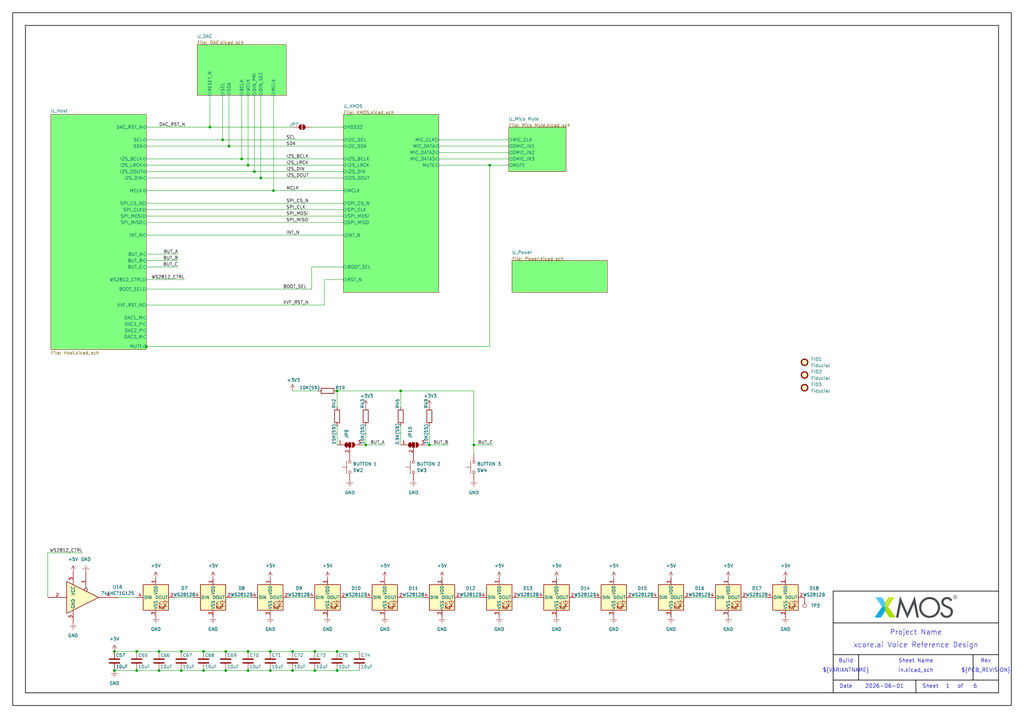
<source format=kicad_sch>
(kicad_sch (version 20231120) (generator "eeschema") (generator_version "8.0")
  (paper "User" 408.94 287.02)
  (title_block (title "xcore.ai Voice Reference Design") (rev "1V0"))
  (lib_symbols
    (symbol "74xGxx:74AHCT1G125"
      (property "Reference" "U" (at -2.54 3.81 0))
      (property "Value" "74AHCT1G125" (at 0 -3.81 0))
      (symbol "74AHCT1G125_0_1"
        (polyline (pts (xy -7.62 6.35) (xy -7.62 -6.35) (xy 5.08 0) (xy -7.62 6.35)) (stroke (width 0.254)) (fill (type background)))
      )
      (symbol "74AHCT1G125_1_1"
        (pin input inverted (at 0 10.16 270) (length 7.62) (name "~") (number "1"))
        (pin input line (at -15.24 0 0) (length 7.62) (name "~") (number "2"))
        (pin power_in line (at -5.08 -10.16 90) (length 5.08) (name "GND") (number "3"))
        (pin tri_state line (at 12.7 0 180) (length 7.62) (name "~") (number "4"))
        (pin power_in line (at -5.08 10.16 270) (length 5.08) (name "VCC") (number "5"))
      )
    )
    (symbol "Connector:TestPoint" (pin_numbers hide) (pin_names (offset 0.762) hide)
      (property "Reference" "TP" (at 0 6.858 0))
      (property "Value" "TestPoint" (at 0 5.08 0))
      (symbol "TestPoint_0_1"
        (circle (center 0 3.302) (radius 0.762))
      )
      (symbol "TestPoint_1_1"
        (pin passive line (at 0 0 90) (length 2.54) (name "1") (number "1"))
      )
    )
    (symbol "Device:C" (pin_numbers hide) (pin_names (offset 0.254))
      (property "Reference" "C" (at 0.635 2.54 0))
      (property "Value" "C" (at 0.635 -2.54 0))
      (symbol "C_0_1"
        (polyline (pts (xy -2.032 -0.762) (xy 2.032 -0.762)) (stroke (width 0.508)))
        (polyline (pts (xy -2.032 0.762) (xy 2.032 0.762)) (stroke (width 0.508)))
      )
      (symbol "C_1_1"
        (pin passive line (at 0 3.81 270) (length 2.794) (name "~") (number "1"))
        (pin passive line (at 0 -3.81 90) (length 2.794) (name "~") (number "2"))
      )
    )
    (symbol "Device:R" (pin_numbers hide) (pin_names (offset 0))
      (property "Reference" "R" (at 2.032 0 90))
      (property "Value" "R" (at 0 0 90))
      (symbol "R_0_1"
        (rectangle (start -1.016 -2.54) (end 1.016 2.54) (stroke (width 0.254)))
      )
      (symbol "R_1_1"
        (pin passive line (at 0 3.81 270) (length 1.27) (name "~") (number "1"))
        (pin passive line (at 0 -3.81 90) (length 1.27) (name "~") (number "2"))
      )
    )
    (symbol "Jumper:SolderJumper_2_Open" (pin_numbers hide) (pin_names (offset 0) hide) (exclude_from_sim yes) (in_bom no)
      (property "Reference" "JP" (at 0 2.032 0))
      (property "Value" "SolderJumper_2_Open" (at 0 -2.54 0))
      (symbol "SolderJumper_2_Open_0_1"
        (arc (start -0.254 1.016) (mid -1.2656 0) (end -0.254 -1.016))
        (arc (start -0.254 1.016) (mid -1.2656 0) (end -0.254 -1.016) (fill (type outline)))
        (polyline (pts (xy -0.254 1.016) (xy -0.254 -1.016)))
        (polyline (pts (xy 0.254 1.016) (xy 0.254 -1.016)))
        (arc (start 0.254 -1.016) (mid 1.2656 0) (end 0.254 1.016))
        (arc (start 0.254 -1.016) (mid 1.2656 0) (end 0.254 1.016) (fill (type outline)))
      )
      (symbol "SolderJumper_2_Open_1_1"
        (pin passive line (at -3.81 0 0) (length 2.54) (name "A") (number "1"))
        (pin passive line (at 3.81 0 180) (length 2.54) (name "B") (number "2"))
      )
    )
    (symbol "Jumper:SolderJumper_3_Bridged12" (pin_names (offset 0) hide)
      (property "Reference" "JP" (at -2.54 -2.54 0))
      (property "Value" "SolderJumper_3_Bridged12" (at 0 2.794 0))
      (symbol "SolderJumper_3_Bridged12_0_1"
        (rectangle (start -1.016 0.508) (end -0.508 -0.508) (fill (type outline)))
        (arc (start -1.016 1.016) (mid -2.0276 0) (end -1.016 -1.016))
        (arc (start -1.016 1.016) (mid -2.0276 0) (end -1.016 -1.016) (fill (type outline)))
        (rectangle (start -0.508 1.016) (end 0.508 -1.016) (fill (type outline)))
        (polyline (pts (xy -2.54 0) (xy -2.032 0)))
        (polyline (pts (xy -1.016 1.016) (xy -1.016 -1.016)))
        (polyline (pts (xy 0 -1.27) (xy 0 -1.016)))
        (polyline (pts (xy 1.016 1.016) (xy 1.016 -1.016)))
        (polyline (pts (xy 2.54 0) (xy 2.032 0)))
        (arc (start 1.016 -1.016) (mid 2.0276 0) (end 1.016 1.016))
        (arc (start 1.016 -1.016) (mid 2.0276 0) (end 1.016 1.016) (fill (type outline)))
      )
      (symbol "SolderJumper_3_Bridged12_1_1"
        (pin passive line (at -5.08 0 0) (length 2.54) (name "A") (number "1"))
        (pin passive line (at 0 -3.81 90) (length 2.54) (name "C") (number "2"))
        (pin passive line (at 5.08 0 180) (length 2.54) (name "B") (number "3"))
      )
    )
    (symbol "LED:WS2812B" (pin_names (offset 0.254))
      (property "Reference" "D" (at 5.08 5.715 0))
      (property "Value" "WS2812B" (at 1.27 -5.715 0))
      (symbol "WS2812B_0_0"
        (text "RGB" (at 2.286 -4.191 0) (effects (font (size 0.762 0.762))))
      )
      (symbol "WS2812B_0_1"
        (polyline (pts (xy 1.27 -3.556) (xy 1.778 -3.556)))
        (polyline (pts (xy 1.27 -2.54) (xy 1.778 -2.54)))
        (polyline (pts (xy 4.699 -3.556) (xy 2.667 -3.556)))
        (polyline (pts (xy 2.286 -2.54) (xy 1.27 -3.556) (xy 1.27 -3.048)))
        (polyline (pts (xy 2.286 -1.524) (xy 1.27 -2.54) (xy 1.27 -2.032)))
        (polyline (pts (xy 3.683 -1.016) (xy 3.683 -3.556) (xy 3.683 -4.064)))
        (polyline (pts (xy 4.699 -1.524) (xy 2.667 -1.524) (xy 3.683 -3.556) (xy 4.699 -1.524)))
        (rectangle (start 5.08 5.08) (end -5.08 -5.08) (stroke (width 0.254)) (fill (type background)))
      )
      (symbol "WS2812B_1_1"
        (pin power_in line (at 0 7.62 270) (length 2.54) (name "VDD") (number "1"))
        (pin output line (at 7.62 0 180) (length 2.54) (name "DOUT") (number "2"))
        (pin power_in line (at 0 -7.62 90) (length 2.54) (name "VSS") (number "3"))
        (pin input line (at -7.62 0 0) (length 2.54) (name "DIN") (number "4"))
      )
    )
    (symbol "Mechanical:Fiducial" (exclude_from_sim yes) (in_bom no)
      (property "Reference" "FID" (at 0 5.08 0))
      (property "Value" "Fiducial" (at 0 3.175 0))
      (symbol "Fiducial_0_1"
        (circle (center 0 0) (radius 1.27) (stroke (width 0.508)) (fill (type background)))
      )
    )
    (symbol "Switch:SW_Push" (pin_numbers hide) (pin_names (offset 1.016) hide)
      (property "Reference" "SW" (at 1.27 2.54 0))
      (property "Value" "SW_Push" (at 0 -1.524 0))
      (symbol "SW_Push_0_1"
        (circle (center -2.032 0) (radius 0.508))
        (polyline (pts (xy 0 1.27) (xy 0 3.048)))
        (polyline (pts (xy 2.54 1.27) (xy -2.54 1.27)))
        (circle (center 2.032 0) (radius 0.508))
        (pin passive line (at -5.08 0 0) (length 2.54) (name "1") (number "1"))
        (pin passive line (at 5.08 0 180) (length 2.54) (name "2") (number "2"))
      )
    )
    (symbol "power:+3.3V" (power) (pin_names (offset 0))
      (property "Value" "+3.3V" (at 0 3.556 0))
      (symbol "+3.3V_0_1"
        (polyline (pts (xy -0.762 1.27) (xy 0 2.54)))
        (polyline (pts (xy 0 0) (xy 0 2.54)))
        (polyline (pts (xy 0 2.54) (xy 0.762 1.27)))
      )
      (symbol "+3.3V_1_1"
        (pin power_in line (at 0 0 90) (length 0) hide (name "+3V3") (number "1"))
      )
    )
    (symbol "power:+5V" (power) (pin_names (offset 0))
      (property "Value" "+5V" (at 0 3.556 0))
      (symbol "+5V_0_1"
        (polyline (pts (xy -0.762 1.27) (xy 0 2.54)))
        (polyline (pts (xy 0 0) (xy 0 2.54)))
        (polyline (pts (xy 0 2.54) (xy 0.762 1.27)))
      )
      (symbol "+5V_1_1"
        (pin power_in line (at 0 0 90) (length 0) hide (name "+5V") (number "1"))
      )
    )
    (symbol "power:Earth" (power) (pin_numbers hide) (pin_names (offset 0) hide)
      (property "Value" "Earth" (at 0 -3.81 0))
      (symbol "Earth_0_1"
        (polyline (pts (xy -0.635 -1.905) (xy 0.635 -1.905)))
        (polyline (pts (xy -0.127 -2.54) (xy 0.127 -2.54)))
        (polyline (pts (xy 0 -1.27) (xy 0 0)))
        (polyline (pts (xy 1.27 -1.27) (xy -1.27 -1.27)))
      )
      (symbol "Earth_1_1"
        (pin power_in line (at 0 0 270) (length 0) (name "~") (number "1"))
      )
    )
  )
  (junction (at 45.72 267.97))
  (junction (at 125.73 260.35))
  (junction (at 54.61 260.35))
  (junction (at 72.39 260.35))
  (junction (at 116.84 267.97))
  (junction (at 134.62 267.97))
  (junction (at 81.28 267.97))
  (junction (at 189.23 177.8))
  (junction (at 54.61 267.97))
  (junction (at 83.82 50.8))
  (junction (at 99.06 267.97))
  (junction (at 104.14 71.12))
  (junction (at 63.5 260.35))
  (junction (at 99.06 260.35))
  (junction (at 81.28 260.35))
  (junction (at 99.06 66.04))
  (junction (at 107.95 267.97))
  (junction (at 107.95 260.35))
  (junction (at 116.84 260.35))
  (junction (at 45.72 260.35))
  (junction (at 134.62 260.35))
  (junction (at 109.22 76.2))
  (junction (at 72.39 267.97))
  (junction (at 134.62 156.21))
  (junction (at 90.17 267.97))
  (junction (at 101.6 68.58))
  (junction (at 58.42 138.43))
  (junction (at 91.44 58.42))
  (junction (at 160.02 156.21))
  (junction (at 96.52 63.5))
  (junction (at 63.5 267.97))
  (junction (at 90.17 260.35))
  (junction (at 146.05 177.8))
  (junction (at 195.58 66.04))
  (junction (at 88.9 55.88))
  (junction (at 171.45 177.8))
  (junction (at 125.73 267.97))
  (wire (pts (xy 96.52 63.5) (xy 137.16 63.5)))
  (wire (pts (xy 72.39 260.35) (xy 81.28 260.35)))
  (wire (pts (xy 298.45 238.76) (xy 306.07 238.76)))
  (wire (pts (xy 99.06 66.04) (xy 58.42 66.04)))
  (wire (pts (xy 99.06 260.35) (xy 107.95 260.35)))
  (wire (pts (xy 109.22 76.2) (xy 137.16 76.2)))
  (wire (pts (xy 189.23 177.8) (xy 189.23 181.61)))
  (wire (pts (xy 207.01 238.76) (xy 214.63 238.76)))
  (wire (pts (xy 45.72 267.97) (xy 54.61 267.97)))
  (wire (pts (xy 137.16 106.68) (xy 124.46 106.68)))
  (wire (pts (xy 137.16 71.12) (xy 104.14 71.12)))
  (wire (pts (xy 184.15 238.76) (xy 191.77 238.76)))
  (wire (pts (xy 54.61 260.35) (xy 63.5 260.35)))
  (wire (pts (xy 116.84 156.21) (xy 127 156.21)))
  (wire (pts (xy 91.44 38.1) (xy 91.44 58.42)))
  (wire (pts (xy 137.16 86.36) (xy 58.42 86.36)))
  (wire (pts (xy 203.2 58.42) (xy 175.26 58.42)))
  (wire (pts (xy 63.5 260.35) (xy 72.39 260.35)))
  (wire (pts (xy 137.16 88.9) (xy 58.42 88.9)))
  (wire (pts (xy 171.45 177.8) (xy 170.18 177.8)))
  (wire (pts (xy 171.45 170.18) (xy 171.45 177.8)))
  (wire (pts (xy 116.84 267.97) (xy 125.73 267.97)))
  (wire (pts (xy 46.99 238.76) (xy 54.61 238.76)))
  (polyline (pts (xy 342.9 261.62) (xy 342.9 271.78)) (stroke (width 0.254) (type solid) (color 0 0 0 1)))
  (wire (pts (xy 134.62 267.97) (xy 143.51 267.97)))
  (wire (pts (xy 33.02 220.98) (xy 19.05 220.98)))
  (wire (pts (xy 129.54 111.76) (xy 137.16 111.76)))
  (wire (pts (xy 109.22 38.1) (xy 109.22 76.2)))
  (wire (pts (xy 58.42 58.42) (xy 91.44 58.42)))
  (wire (pts (xy 138.43 238.76) (xy 146.05 238.76)))
  (wire (pts (xy 81.28 267.97) (xy 90.17 267.97)))
  (wire (pts (xy 107.95 267.97) (xy 116.84 267.97)))
  (wire (pts (xy 115.57 238.76) (xy 123.19 238.76)))
  (wire (pts (xy 252.73 238.76) (xy 260.35 238.76)))
  (wire (pts (xy 107.95 260.35) (xy 116.84 260.35)))
  (polyline (pts (xy 332.74 276.86) (xy 332.74 248.92)) (stroke (width 0.254) (type solid) (color 0 0 0 1)))
  (polyline (pts (xy 332.74 248.92) (xy 398.78 248.92)) (stroke (width 0.254) (type solid) (color 0 0 0 1)))
  (wire (pts (xy 134.62 156.21) (xy 134.62 162.56)))
  (wire (pts (xy 83.82 50.8) (xy 83.82 38.1)))
  (wire (pts (xy 58.42 83.82) (xy 137.16 83.82)))
  (wire (pts (xy 63.5 267.97) (xy 72.39 267.97)))
  (polyline (pts (xy 332.74 261.62) (xy 398.78 261.62)) (stroke (width 0.254) (type solid) (color 0 0 0 1)))
  (wire (pts (xy 58.42 121.92) (xy 129.54 121.92)))
  (polyline (pts (xy 365.76 271.78) (xy 365.76 276.86)) (stroke (width 0.254) (type solid) (color 0 0 0 1)))
  (wire (pts (xy 125.73 267.97) (xy 134.62 267.97)))
  (wire (pts (xy 45.72 260.35) (xy 54.61 260.35)))
  (polyline (pts (xy 332.74 271.78) (xy 398.78 271.78)) (stroke (width 0.254) (type solid) (color 0 0 0 1)))
  (wire (pts (xy 58.42 68.58) (xy 101.6 68.58)))
  (wire (pts (xy 90.17 260.35) (xy 99.06 260.35)))
  (wire (pts (xy 125.73 260.35) (xy 134.62 260.35)))
  (wire (pts (xy 58.42 139.7) (xy 58.42 138.43)))
  (wire (pts (xy 104.14 38.1) (xy 104.14 71.12)))
  (wire (pts (xy 134.62 170.18) (xy 134.62 177.8)))
  (wire (pts (xy 58.42 138.43) (xy 195.58 138.43)))
  (wire (pts (xy 195.58 66.04) (xy 175.26 66.04)))
  (wire (pts (xy 203.2 55.88) (xy 175.26 55.88)))
  (wire (pts (xy 54.61 267.97) (xy 63.5 267.97)))
  (wire (pts (xy 91.44 58.42) (xy 137.16 58.42)))
  (wire (pts (xy 189.23 156.21) (xy 189.23 177.8)))
  (polyline (pts (xy 388.62 261.62) (xy 388.62 271.78)) (stroke (width 0.254) (type solid) (color 0 0 0 1)))
  (wire (pts (xy 175.26 63.5) (xy 203.2 63.5)))
  (wire (pts (xy 88.9 55.88) (xy 137.16 55.88)))
  (wire (pts (xy 137.16 81.28) (xy 58.42 81.28)))
  (wire (pts (xy 134.62 260.35) (xy 143.51 260.35)))
  (wire (pts (xy 58.42 76.2) (xy 109.22 76.2)))
  (wire (pts (xy 124.46 106.68) (xy 124.46 115.57)))
  (wire (pts (xy 58.42 104.14) (xy 71.12 104.14)))
  (wire (pts (xy 19.05 220.98) (xy 19.05 238.76)))
  (wire (pts (xy 104.14 71.12) (xy 58.42 71.12)))
  (wire (pts (xy 146.05 170.18) (xy 146.05 177.8)))
  (wire (pts (xy 160.02 162.56) (xy 160.02 156.21)))
  (wire (pts (xy 129.54 121.92) (xy 129.54 111.76)))
  (wire (pts (xy 101.6 38.1) (xy 101.6 68.58)))
  (wire (pts (xy 189.23 177.8) (xy 196.85 177.8)))
  (wire (pts (xy 203.2 66.04) (xy 195.58 66.04)))
  (wire (pts (xy 160.02 156.21) (xy 134.62 156.21)))
  (wire (pts (xy 90.17 267.97) (xy 99.06 267.97)))
  (wire (pts (xy 58.42 111.76) (xy 73.66 111.76)))
  (wire (pts (xy 101.6 68.58) (xy 137.16 68.58)))
  (wire (pts (xy 229.87 238.76) (xy 237.49 238.76)))
  (wire (pts (xy 77.47 238.76) (xy 69.85 238.76)))
  (wire (pts (xy 146.05 177.8) (xy 144.78 177.8)))
  (wire (pts (xy 58.42 115.57) (xy 124.46 115.57)))
  (wire (pts (xy 195.58 66.04) (xy 195.58 138.43)))
  (wire (pts (xy 160.02 156.21) (xy 189.23 156.21)))
  (wire (pts (xy 96.52 38.1) (xy 96.52 63.5)))
  (wire (pts (xy 100.33 238.76) (xy 92.71 238.76)))
  (polyline (pts (xy 332.74 236.22) (xy 398.78 236.22)) (stroke (width 0.254) (type solid) (color 0 0 0 1)))
  (wire (pts (xy 72.39 267.97) (xy 81.28 267.97)))
  (wire (pts (xy 88.9 38.1) (xy 88.9 55.88)))
  (wire (pts (xy 175.26 60.96) (xy 203.2 60.96)))
  (wire (pts (xy 275.59 238.76) (xy 283.21 238.76)))
  (wire (pts (xy 58.42 106.68) (xy 71.12 106.68)))
  (wire (pts (xy 83.82 50.8) (xy 116.84 50.8)))
  (wire (pts (xy 99.06 267.97) (xy 107.95 267.97)))
  (wire (pts (xy 171.45 177.8) (xy 179.07 177.8)))
  (wire (pts (xy 124.46 50.8) (xy 137.16 50.8)))
  (wire (pts (xy 168.91 238.76) (xy 161.29 238.76)))
  (wire (pts (xy 81.28 260.35) (xy 90.17 260.35)))
  (wire (pts (xy 58.42 101.6) (xy 71.12 101.6)))
  (polyline (pts (xy 332.74 248.92) (xy 332.74 236.22)) (stroke (width 0.254) (type solid) (color 0 0 0 1)))
  (wire (pts (xy 137.16 66.04) (xy 99.06 66.04)))
  (wire (pts (xy 58.42 50.8) (xy 83.82 50.8)))
  (wire (pts (xy 160.02 170.18) (xy 160.02 177.8)))
  (wire (pts (xy 146.05 177.8) (xy 153.67 177.8)))
  (wire (pts (xy 99.06 38.1) (xy 99.06 66.04)))
  (wire (pts (xy 137.16 93.98) (xy 58.42 93.98)))
  (wire (pts (xy 58.42 63.5) (xy 96.52 63.5)))
  (wire (pts (xy 116.84 260.35) (xy 125.73 260.35)))
  (wire (pts (xy 58.42 55.88) (xy 88.9 55.88)))
  (rectangle (start 403.86 5.08) (end 5.08 281.94) (stroke (width 0.254) (color 0 0 0 1)))
  (rectangle (start 398.78 10.16) (end 10.16 276.86) (stroke (width 0.254) (color 0 0 0 1)))
  (image (at 365.76 242.468) (scale 0.119293))
  (text "Sheet" (at 368.3 274.32 0) (effects (font (size 1.524 1.524)) (justify left)))
  (text "Project Name" (at 365.76 254 0) (effects (font (size 2.032 2.032)) (justify bottom)))
  (text "${CURRENT_DATE}" (at 345.44 274.32 0) (effects (font (size 1.524 1.524)) (justify left)))
  (text "${PCB_REVISION}" (at 393.7 267.97 0) (effects (font (size 1.524 1.524))))
  (text "${VARIANTNAME}" (at 337.82 267.97 0) (effects (font (size 1.524 1.524))))
  (text "${TITLE}" (at 365.76 259.08 0) (effects (font (size 2.032 2.032)) (justify bottom)))
  (text "${##}" (at 388.62 274.32 0) (effects (font (size 1.524 1.524)) (justify left)))
  (text "Date" (at 337.82 274.32 0) (effects (font (size 1.524 1.524))))
  (text "Sheet Name" (at 365.76 264.16 0) (effects (font (size 1.524 1.524))))
  (text "of" (at 383.54 274.32 0) (effects (font (size 1.524 1.524))))
  (text "${FILENAME}" (at 365.76 267.97 0) (effects (font (size 1.524 1.524))))
  (text "Rev" (at 393.7 264.16 0) (effects (font (size 1.524 1.524))))
  (text "${#}" (at 378.46 274.32 0) (effects (font (size 1.524 1.524))))
  (text "Build" (at 337.82 264.16 0) (effects (font (size 1.524 1.524))))
  (label "DAC_RST_N" (at 63.5 50.8 0))
  (label "SPI_CLK" (at 114.3 83.82 0))
  (label "BOOT_SEL" (at 113.03 115.57 0))
  (label "I2S_DIN" (at 114.3 68.58 0))
  (label "WS2812_CTRL" (at 73.66 111.76 180))
  (label "I2S_BCLK" (at 114.3 63.5 0))
  (label "SDA" (at 114.3 58.42 0))
  (label "MCLK" (at 114.3 76.2 0))
  (label "SCL" (at 114.3 55.88 0))
  (label "BUT_A" (at 71.12 101.6 180))
  (label "BUT_C" (at 71.12 106.68 180))
  (label "WS2812_CTRL" (at 33.02 220.98 180))
  (label "I2S_LRCK" (at 114.3 66.04 0))
  (label "SPI_MOSI" (at 114.3 86.36 0))
  (label "SPI_MISO" (at 114.3 88.9 0))
  (label "BUT_A" (at 153.67 177.8 180))
  (label "INT_N" (at 114.3 93.98 0))
  (label "SPI_CS_N" (at 114.3 81.28 0))
  (label "BUT_B" (at 179.07 177.8 180))
  (label "I2S_DOUT" (at 114.3 71.12 0))
  (label "XVF_RST_N" (at 113.03 121.92 0))
  (label "BUT_C" (at 196.85 177.8 180))
  (label "BUT_B" (at 71.12 104.14 180))
  (symbol (lib_id "power:+5V") (at 313.69 231.14 0) (unit 1)
    (property "Reference" "#PWR062" (effects (hide yes)))
    (property "Value" "+5V" (at 313.69 226.06 0))
    (property "Description" "Power symbol creates a global label with name \"+5V\"" (effects (hide yes)))
  )
  (symbol (lib_id "power:+5V") (at 176.53 231.14 0) (unit 1)
    (property "Reference" "#PWR066" (effects (hide yes)))
    (property "Value" "+5V" (at 176.53 226.06 0))
    (property "Description" "Power symbol creates a global label with name \"+5V\"" (effects (hide yes)))
  )
  (symbol (lib_id "power:Earth") (at 139.7 191.77 0) (unit 1)
    (property "Reference" "#PWR046" (effects (hide yes)))
    (property "Value" "GND" (at 139.7 196.85 0))
    (property "Description" "Power symbol creates a global label with name \"Earth\"" (effects (hide yes)))
  )
  (symbol (lib_id "Switch:SW_Push") (at 139.7 186.69 90) (mirror x) (unit 1)
    (property "Reference" "SW2" (at 140.97 187.9601 90) (effects (justify right)))
    (property "Value" "BUTTON 1" (at 140.97 185.4201 90) (effects (justify right)))
    (property "Footprint" "Button_Switch_SMD:SW_SPST_PTS645" (effects (hide yes)))
    (property "Description" "Push button switch, generic, two pins" (effects (hide yes)))
  )
  (symbol (lib_id "Device:C") (at 116.84 264.16 0) (unit 1)
    (property "Reference" "C72" (at 117.348 261.874 0) (effects (justify left)))
    (property "Value" "10uF" (at 117.348 266.446 0) (effects (justify left)))
    (property "Footprint" "Capacitor_SMD:C_0402_1005Metric" (effects (hide yes)))
    (property "Description" "Unpolarized capacitor" (effects (hide yes)))
  )
  (symbol (lib_id "power:Earth") (at 45.72 267.97 0) (unit 1)
    (property "Reference" "#PWR079" (effects (hide yes)))
    (property "Value" "GND" (at 45.72 273.05 0))
    (property "Description" "Power symbol creates a global label with name \"Earth\"" (effects (hide yes)))
  )
  (symbol (lib_id "LED:WS2812B") (at 130.81 238.76 0) (unit 1)
    (property "Reference" "D10" (at 142.24 235.112 0))
    (property "Value" "WS2812B" (at 142.24 237.652 0))
    (property "Footprint" "LED_SMD:LED_WS2812B_PLCC4_5.0x5.0mm_P3.2mm" (effects (hide yes)))
    (property "Datasheet" "https://cdn-shop.adafruit.com/datasheets/WS2812B.pdf" (effects (hide yes)))
    (property "Description" "RGB LED with integrated controller" (effects (hide yes)))
  )
  (symbol (lib_id "Device:R") (at 134.62 166.37 0) (mirror y) (unit 1)
    (property "Reference" "R42" (at 133.35 161.29 90))
    (property "Value" "15K(5%)" (at 133.35 173.482 90))
    (property "Footprint" "Resistor_SMD:R_0402_1005Metric" (effects (hide yes)))
    (property "Description" "Resistor" (effects (hide yes)))
  )
  (symbol (lib_id "power:+5V") (at 267.97 231.14 0) (unit 1)
    (property "Reference" "#PWR054" (effects (hide yes)))
    (property "Value" "+5V" (at 267.97 226.06 0))
    (property "Description" "Power symbol creates a global label with name \"+5V\"" (effects (hide yes)))
  )
  (symbol (lib_id "power:+3.3V") (at 116.84 156.21 0) (unit 1)
    (property "Reference" "#PWR045" (effects (hide yes)))
    (property "Value" "+3V3" (at 117.2083 151.8856 0))
  )
  (symbol (lib_id "LED:WS2812B") (at 107.95 238.76 0) (unit 1)
    (property "Reference" "D9" (at 119.38 235.112 0))
    (property "Value" "WS2812B" (at 119.38 237.652 0))
    (property "Footprint" "LED_SMD:LED_WS2812B_PLCC4_5.0x5.0mm_P3.2mm" (effects (hide yes)))
    (property "Datasheet" "https://cdn-shop.adafruit.com/datasheets/WS2812B.pdf" (effects (hide yes)))
    (property "Description" "RGB LED with integrated controller" (effects (hide yes)))
  )
  (symbol (lib_id "Device:C") (at 143.51 264.16 0) (unit 1)
    (property "Reference" "C74" (at 144.018 261.874 0) (effects (justify left)))
    (property "Value" "10uF" (at 144.018 266.446 0) (effects (justify left)))
    (property "Footprint" "Capacitor_SMD:C_0402_1005Metric" (effects (hide yes)))
    (property "Description" "Unpolarized capacitor" (effects (hide yes)))
  )
  (symbol (lib_id "Device:R") (at 130.81 156.21 270) (mirror x) (unit 1)
    (property "Reference" "R19" (at 135.89 154.94 90))
    (property "Value" "10K(5%)" (at 123.698 154.94 90))
    (property "Footprint" "Resistor_SMD:R_0402_1005Metric" (effects (hide yes)))
    (property "Description" "Resistor" (effects (hide yes)))
  )
  (symbol (lib_id "power:+5V") (at 62.23 231.14 0) (unit 1)
    (property "Reference" "#PWR050" (effects (hide yes)))
    (property "Value" "+5V" (at 62.23 226.06 0))
    (property "Description" "Power symbol creates a global label with name \"+5V\"" (effects (hide yes)))
  )
  (symbol (lib_id "Jumper:SolderJumper_3_Bridged12") (at 139.7 177.8 0) (unit 1)
    (property "Reference" "JP9" (at 138.4299 175.26 90) (effects (justify left)))
    (property "Value" "SolderJumper_3_Bridged12" (effects (hide yes)))
    (property "Footprint" "Jumper:SolderJumper-3_P1.3mm_Bridged12_RoundedPad1.0x1.5mm" (effects (hide yes)))
    (property "Description" "3-pole Solder Jumper, pins 1+2 closed/bridged" (effects (hide yes)))
  )
  (symbol (lib_id "LED:WS2812B") (at 62.23 238.76 0) (unit 1)
    (property "Reference" "D7" (at 73.66 235.112 0))
    (property "Value" "WS2812B" (at 73.66 237.652 0))
    (property "Footprint" "LED_SMD:LED_WS2812B_PLCC4_5.0x5.0mm_P3.2mm" (effects (hide yes)))
    (property "Datasheet" "https://cdn-shop.adafruit.com/datasheets/WS2812B.pdf" (effects (hide yes)))
    (property "Description" "RGB LED with integrated controller" (effects (hide yes)))
  )
  (symbol (lib_id "Jumper:SolderJumper_3_Bridged12") (at 165.1 177.8 0) (unit 1)
    (property "Reference" "JP10" (at 163.8299 175.26 90) (effects (justify left)))
    (property "Value" "SolderJumper_3_Bridged12" (effects (hide yes)))
    (property "Footprint" "Jumper:SolderJumper-3_P1.3mm_Bridged12_RoundedPad1.0x1.5mm" (effects (hide yes)))
    (property "Description" "3-pole Solder Jumper, pins 1+2 closed/bridged" (effects (hide yes)))
  )
  (symbol (lib_id "LED:WS2812B") (at 85.09 238.76 0) (unit 1)
    (property "Reference" "D8" (at 96.52 235.112 0))
    (property "Value" "WS2812B" (at 96.52 237.652 0))
    (property "Footprint" "LED_SMD:LED_WS2812B_PLCC4_5.0x5.0mm_P3.2mm" (effects (hide yes)))
    (property "Datasheet" "https://cdn-shop.adafruit.com/datasheets/WS2812B.pdf" (effects (hide yes)))
    (property "Description" "RGB LED with integrated controller" (effects (hide yes)))
  )
  (symbol (lib_id "power:+5V") (at 199.39 231.14 0) (unit 1)
    (property "Reference" "#PWR068" (effects (hide yes)))
    (property "Value" "+5V" (at 199.39 226.06 0))
    (property "Description" "Power symbol creates a global label with name \"+5V\"" (effects (hide yes)))
  )
  (symbol (lib_id "power:Earth") (at 313.69 246.38 0) (unit 1)
    (property "Reference" "#PWR063" (effects (hide yes)))
    (property "Value" "GND" (at 313.69 251.46 0))
    (property "Description" "Power symbol creates a global label with name \"Earth\"" (effects (hide yes)))
  )
  (symbol (lib_id "Jumper:SolderJumper_2_Open") (at 120.65 50.8 0) (unit 1) (exclude_from_sim yes) (in_bom no)
    (property "Reference" "JP7" (at 117.348 49.784 0))
    (property "Value" "SolderJumper_2_Open" (effects (hide yes)))
    (property "Footprint" "Jumper:SolderJumper-2_P1.3mm_Open_RoundedPad1.0x1.5mm" (effects (hide yes)))
    (property "Description" "Solder Jumper, 2-pole, open" (effects (hide yes)))
  )
  (symbol (lib_id "LED:WS2812B") (at 267.97 238.76 0) (unit 1)
    (property "Reference" "D16" (at 279.4 235.112 0))
    (property "Value" "WS2812B" (at 279.4 237.652 0))
    (property "Footprint" "LED_SMD:LED_WS2812B_PLCC4_5.0x5.0mm_P3.2mm" (effects (hide yes)))
    (property "Datasheet" "https://cdn-shop.adafruit.com/datasheets/WS2812B.pdf" (effects (hide yes)))
    (property "Description" "RGB LED with integrated controller" (effects (hide yes)))
  )
  (symbol (lib_id "power:Earth") (at 107.95 246.38 0) (unit 1)
    (property "Reference" "#PWR057" (effects (hide yes)))
    (property "Value" "GND" (at 107.95 251.46 0))
    (property "Description" "Power symbol creates a global label with name \"Earth\"" (effects (hide yes)))
  )
  (symbol (lib_id "Device:R") (at 160.02 166.37 0) (mirror y) (unit 1)
    (property "Reference" "R45" (at 158.75 161.29 90))
    (property "Value" "3.9K(5%)" (at 158.75 173.482 90))
    (property "Footprint" "Resistor_SMD:R_0402_1005Metric" (effects (hide yes)))
    (property "Description" "Resistor" (effects (hide yes)))
  )
  (symbol (lib_id "power:Earth") (at 62.23 246.38 0) (unit 1)
    (property "Reference" "#PWR051" (effects (hide yes)))
    (property "Value" "GND" (at 62.23 251.46 0))
    (property "Description" "Power symbol creates a global label with name \"Earth\"" (effects (hide yes)))
  )
  (symbol (lib_id "power:Earth") (at 85.09 246.38 0) (unit 1)
    (property "Reference" "#PWR053" (effects (hide yes)))
    (property "Value" "GND" (at 85.09 251.46 0))
    (property "Description" "Power symbol creates a global label with name \"Earth\"" (effects (hide yes)))
  )
  (symbol (lib_id "power:+5V") (at 107.95 231.14 0) (unit 1)
    (property "Reference" "#PWR056" (effects (hide yes)))
    (property "Value" "+5V" (at 107.95 226.06 0))
    (property "Description" "Power symbol creates a global label with name \"+5V\"" (effects (hide yes)))
  )
  (symbol (lib_id "LED:WS2812B") (at 290.83 238.76 0) (unit 1)
    (property "Reference" "D17" (at 302.26 235.112 0))
    (property "Value" "WS2812B" (at 302.26 237.652 0))
    (property "Footprint" "LED_SMD:LED_WS2812B_PLCC4_5.0x5.0mm_P3.2mm" (effects (hide yes)))
    (property "Datasheet" "https://cdn-shop.adafruit.com/datasheets/WS2812B.pdf" (effects (hide yes)))
    (property "Description" "RGB LED with integrated controller" (effects (hide yes)))
  )
  (symbol (lib_id "power:Earth") (at 176.53 246.38 0) (unit 1)
    (property "Reference" "#PWR067" (effects (hide yes)))
    (property "Value" "GND" (at 176.53 251.46 0))
    (property "Description" "Power symbol creates a global label with name \"Earth\"" (effects (hide yes)))
  )
  (symbol (lib_id "power:+5V") (at 222.25 231.14 0) (unit 1)
    (property "Reference" "#PWR070" (effects (hide yes)))
    (property "Value" "+5V" (at 222.25 226.06 0))
    (property "Description" "Power symbol creates a global label with name \"+5V\"" (effects (hide yes)))
  )
  (symbol (lib_id "Switch:SW_Push") (at 189.23 186.69 90) (mirror x) (unit 1)
    (property "Reference" "SW4" (at 190.5 187.9601 90) (effects (justify right)))
    (property "Value" "BUTTON 3" (at 190.5 185.4201 90) (effects (justify right)))
    (property "Footprint" "Button_Switch_SMD:SW_SPST_PTS645" (effects (hide yes)))
    (property "Description" "Push button switch, generic, two pins" (effects (hide yes)))
  )
  (symbol (lib_id "power:+5V") (at 85.09 231.14 0) (unit 1)
    (property "Reference" "#PWR052" (effects (hide yes)))
    (property "Value" "+5V" (at 85.09 226.06 0))
    (property "Description" "Power symbol creates a global label with name \"+5V\"" (effects (hide yes)))
  )
  (symbol (lib_id "Device:C") (at 63.5 264.16 0) (unit 1)
    (property "Reference" "C66" (at 64.008 261.874 0) (effects (justify left)))
    (property "Value" "10uF" (at 64.008 266.446 0) (effects (justify left)))
    (property "Footprint" "Capacitor_SMD:C_0402_1005Metric" (effects (hide yes)))
    (property "Description" "Unpolarized capacitor" (effects (hide yes)))
  )
  (symbol (lib_id "power:Earth") (at 130.81 246.38 0) (unit 1)
    (property "Reference" "#PWR061" (effects (hide yes)))
    (property "Value" "GND" (at 130.81 251.46 0))
    (property "Description" "Power symbol creates a global label with name \"Earth\"" (effects (hide yes)))
  )
  (symbol (lib_id "Device:C") (at 72.39 264.16 0) (unit 1)
    (property "Reference" "C67" (at 72.898 261.874 0) (effects (justify left)))
    (property "Value" "10uF" (at 72.898 266.446 0) (effects (justify left)))
    (property "Footprint" "Capacitor_SMD:C_0402_1005Metric" (effects (hide yes)))
    (property "Description" "Unpolarized capacitor" (effects (hide yes)))
  )
  (symbol (lib_id "power:Earth") (at 189.23 191.77 0) (unit 1)
    (property "Reference" "#PWR077" (effects (hide yes)))
    (property "Value" "GND" (at 189.23 196.85 0))
    (property "Description" "Power symbol creates a global label with name \"Earth\"" (effects (hide yes)))
  )
  (symbol (lib_id "Connector:TestPoint") (at 321.31 238.76 180) (unit 1)
    (property "Reference" "TP3" (at 323.85 242.0619 0) (effects (justify right)))
    (property "Value" "TestPoint" (effects (hide yes)))
    (property "Footprint" "TestPoint:TestPoint_Pad_D1.0mm" (effects (hide yes)))
    (property "Description" "test point" (effects (hide yes)))
  )
  (symbol (lib_id "power:+5V") (at 153.67 231.14 0) (unit 1)
    (property "Reference" "#PWR064" (effects (hide yes)))
    (property "Value" "+5V" (at 153.67 226.06 0))
    (property "Description" "Power symbol creates a global label with name \"+5V\"" (effects (hide yes)))
  )
  (symbol (lib_id "Device:C") (at 99.06 264.16 0) (unit 1)
    (property "Reference" "C70" (at 99.568 261.874 0) (effects (justify left)))
    (property "Value" "10uF" (at 99.568 266.446 0) (effects (justify left)))
    (property "Footprint" "Capacitor_SMD:C_0402_1005Metric" (effects (hide yes)))
    (property "Description" "Unpolarized capacitor" (effects (hide yes)))
  )
  (symbol (lib_id "power:Earth") (at 153.67 246.38 0) (unit 1)
    (property "Reference" "#PWR065" (effects (hide yes)))
    (property "Value" "GND" (at 153.67 251.46 0))
    (property "Description" "Power symbol creates a global label with name \"Earth\"" (effects (hide yes)))
  )
  (symbol (lib_id "power:+5V") (at 290.83 231.14 0) (unit 1)
    (property "Reference" "#PWR058" (effects (hide yes)))
    (property "Value" "+5V" (at 290.83 226.06 0))
    (property "Description" "Power symbol creates a global label with name \"+5V\"" (effects (hide yes)))
  )
  (symbol (lib_id "Mechanical:Fiducial") (at 321.31 144.78 0) (unit 1) (exclude_from_sim yes) (in_bom no)
    (property "Reference" "FID1" (at 323.85 143.5099 0) (effects (justify left)))
    (property "Value" "Fiducial" (at 323.85 146.0499 0) (effects (justify left)))
    (property "Footprint" "Fiducial:Fiducial_1mm_Mask2mm" (effects (hide yes)))
    (property "Description" "Fiducial Marker" (effects (hide yes)))
  )
  (symbol (lib_id "LED:WS2812B") (at 153.67 238.76 0) (unit 1)
    (property "Reference" "D11" (at 165.1 235.112 0))
    (property "Value" "WS2812B" (at 165.1 237.652 0))
    (property "Footprint" "LED_SMD:LED_WS2812B_PLCC4_5.0x5.0mm_P3.2mm" (effects (hide yes)))
    (property "Datasheet" "https://cdn-shop.adafruit.com/datasheets/WS2812B.pdf" (effects (hide yes)))
    (property "Description" "RGB LED with integrated controller" (effects (hide yes)))
  )
  (symbol (lib_id "Device:R") (at 146.05 166.37 0) (mirror y) (unit 1)
    (property "Reference" "R43" (at 144.78 161.29 90))
    (property "Value" "10K(5%)" (at 144.78 173.482 90))
    (property "Footprint" "Resistor_SMD:R_0402_1005Metric" (effects (hide yes)))
    (property "Description" "Resistor" (effects (hide yes)))
  )
  (symbol (lib_id "LED:WS2812B") (at 176.53 238.76 0) (unit 1)
    (property "Reference" "D12" (at 187.96 235.112 0))
    (property "Value" "WS2812B" (at 187.96 237.652 0))
    (property "Footprint" "LED_SMD:LED_WS2812B_PLCC4_5.0x5.0mm_P3.2mm" (effects (hide yes)))
    (property "Datasheet" "https://cdn-shop.adafruit.com/datasheets/WS2812B.pdf" (effects (hide yes)))
    (property "Description" "RGB LED with integrated controller" (effects (hide yes)))
  )
  (symbol (lib_id "Device:C") (at 134.62 264.16 0) (unit 1)
    (property "Reference" "C75" (at 135.128 261.874 0) (effects (justify left)))
    (property "Value" "10uF" (at 135.128 266.446 0) (effects (justify left)))
    (property "Footprint" "Capacitor_SMD:C_0402_1005Metric" (effects (hide yes)))
    (property "Description" "Unpolarized capacitor" (effects (hide yes)))
  )
  (symbol (lib_id "Device:C") (at 107.95 264.16 0) (unit 1)
    (property "Reference" "C71" (at 108.458 261.874 0) (effects (justify left)))
    (property "Value" "10uF" (at 108.458 266.446 0) (effects (justify left)))
    (property "Footprint" "Capacitor_SMD:C_0402_1005Metric" (effects (hide yes)))
    (property "Description" "Unpolarized capacitor" (effects (hide yes)))
  )
  (symbol (lib_id "Device:C") (at 54.61 264.16 0) (unit 1)
    (property "Reference" "C65" (at 55.118 261.874 0) (effects (justify left)))
    (property "Value" "10uF" (at 55.118 266.446 0) (effects (justify left)))
    (property "Footprint" "Capacitor_SMD:C_0402_1005Metric" (effects (hide yes)))
    (property "Description" "Unpolarized capacitor" (effects (hide yes)))
  )
  (symbol (lib_id "power:+5V") (at 45.72 260.35 0) (unit 1)
    (property "Reference" "#PWR078" (effects (hide yes)))
    (property "Value" "+5V" (at 45.72 255.27 0))
    (property "Description" "Power symbol creates a global label with name \"+5V\"" (effects (hide yes)))
  )
  (symbol (lib_id "LED:WS2812B") (at 313.69 238.76 0) (unit 1)
    (property "Reference" "D18" (at 325.12 235.112 0))
    (property "Value" "WS2812B" (at 325.12 237.652 0))
    (property "Footprint" "LED_SMD:LED_WS2812B_PLCC4_5.0x5.0mm_P3.2mm" (effects (hide yes)))
    (property "Datasheet" "https://cdn-shop.adafruit.com/datasheets/WS2812B.pdf" (effects (hide yes)))
    (property "Description" "RGB LED with integrated controller" (effects (hide yes)))
  )
  (symbol (lib_id "LED:WS2812B") (at 245.11 238.76 0) (unit 1)
    (property "Reference" "D15" (at 256.54 235.112 0))
    (property "Value" "WS2812B" (at 256.54 237.652 0))
    (property "Footprint" "LED_SMD:LED_WS2812B_PLCC4_5.0x5.0mm_P3.2mm" (effects (hide yes)))
    (property "Datasheet" "https://cdn-shop.adafruit.com/datasheets/WS2812B.pdf" (effects (hide yes)))
    (property "Description" "RGB LED with integrated controller" (effects (hide yes)))
  )
  (symbol (lib_id "power:+3.3V") (at 171.45 162.56 0) (unit 1)
    (property "Reference" "#PWR076" (effects (hide yes)))
    (property "Value" "+3V3" (at 171.8183 158.2356 0))
  )
  (symbol (lib_id "power:+5V") (at 130.81 231.14 0) (unit 1)
    (property "Reference" "#PWR060" (effects (hide yes)))
    (property "Value" "+5V" (at 130.81 226.06 0))
    (property "Description" "Power symbol creates a global label with name \"+5V\"" (effects (hide yes)))
  )
  (symbol (lib_id "power:Earth") (at 165.1 191.77 0) (unit 1)
    (property "Reference" "#PWR075" (effects (hide yes)))
    (property "Value" "GND" (at 165.1 196.85 0))
    (property "Description" "Power symbol creates a global label with name \"Earth\"" (effects (hide yes)))
  )
  (symbol (lib_id "power:Earth") (at 245.11 246.38 0) (unit 1)
    (property "Reference" "#PWR073" (effects (hide yes)))
    (property "Value" "GND" (at 245.11 251.46 0))
    (property "Description" "Power symbol creates a global label with name \"Earth\"" (effects (hide yes)))
  )
  (symbol (lib_id "power:Earth") (at 199.39 246.38 0) (unit 1)
    (property "Reference" "#PWR069" (effects (hide yes)))
    (property "Value" "GND" (at 199.39 251.46 0))
    (property "Description" "Power symbol creates a global label with name \"Earth\"" (effects (hide yes)))
  )
  (symbol (lib_id "Device:C") (at 81.28 264.16 0) (unit 1)
    (property "Reference" "C68" (at 81.788 261.874 0) (effects (justify left)))
    (property "Value" "10uF" (at 81.788 266.446 0) (effects (justify left)))
    (property "Footprint" "Capacitor_SMD:C_0402_1005Metric" (effects (hide yes)))
    (property "Description" "Unpolarized capacitor" (effects (hide yes)))
  )
  (symbol (lib_id "Device:R") (at 171.45 166.37 0) (mirror y) (unit 1)
    (property "Reference" "R49" (at 170.18 161.29 90))
    (property "Value" "10K(5%)" (at 170.18 173.482 90))
    (property "Footprint" "Resistor_SMD:R_0402_1005Metric" (effects (hide yes)))
    (property "Description" "Resistor" (effects (hide yes)))
  )
  (symbol (lib_id "power:+3.3V") (at 146.05 162.56 0) (unit 1)
    (property "Reference" "#PWR074" (effects (hide yes)))
    (property "Value" "+3V3" (at 146.4183 158.2356 0))
  )
  (symbol (lib_id "power:Earth") (at 290.83 246.38 0) (unit 1)
    (property "Reference" "#PWR059" (effects (hide yes)))
    (property "Value" "GND" (at 290.83 251.46 0))
    (property "Description" "Power symbol creates a global label with name \"Earth\"" (effects (hide yes)))
  )
  (symbol (lib_id "74xGxx:74AHCT1G125") (at 34.29 238.76 0) (unit 1)
    (property "Reference" "U16" (at 46.99 234.569 0))
    (property "Value" "74AHCT1G125" (at 46.99 237.109 0))
    (property "Footprint" "Package_TO_SOT_SMD:SOT-23-5" (effects (hide yes)))
    (property "Datasheet" "http://www.ti.com/lit/sg/scyt129e/scyt129e.pdf" (effects (hide yes)))
    (property "Description" "Single Buffer Gate Tri-State, Low-Voltage CMOS" (effects (hide yes)))
  )
  (symbol (lib_id "Switch:SW_Push") (at 165.1 186.69 90) (mirror x) (unit 1)
    (property "Reference" "SW3" (at 166.37 187.9601 90) (effects (justify right)))
    (property "Value" "BUTTON 2" (at 166.37 185.4201 90) (effects (justify right)))
    (property "Footprint" "Button_Switch_SMD:SW_SPST_PTS645" (effects (hide yes)))
    (property "Description" "Push button switch, generic, two pins" (effects (hide yes)))
  )
  (symbol (lib_id "Mechanical:Fiducial") (at 321.31 154.94 0) (unit 1) (exclude_from_sim yes) (in_bom no)
    (property "Reference" "FID3" (at 323.85 153.6699 0) (effects (justify left)))
    (property "Value" "Fiducial" (at 323.85 156.2099 0) (effects (justify left)))
    (property "Footprint" "Fiducial:Fiducial_1mm_Mask2mm" (effects (hide yes)))
    (property "Description" "Fiducial Marker" (effects (hide yes)))
  )
  (symbol (lib_id "power:+5V") (at 245.11 231.14 0) (unit 1)
    (property "Reference" "#PWR072" (effects (hide yes)))
    (property "Value" "+5V" (at 245.11 226.06 0))
    (property "Description" "Power symbol creates a global label with name \"+5V\"" (effects (hide yes)))
  )
  (symbol (lib_id "power:Earth") (at 222.25 246.38 0) (unit 1)
    (property "Reference" "#PWR071" (effects (hide yes)))
    (property "Value" "GND" (at 222.25 251.46 0))
    (property "Description" "Power symbol creates a global label with name \"Earth\"" (effects (hide yes)))
  )
  (symbol (lib_id "LED:WS2812B") (at 222.25 238.76 0) (unit 1)
    (property "Reference" "D14" (at 233.68 235.112 0))
    (property "Value" "WS2812B" (at 233.68 237.652 0))
    (property "Footprint" "LED_SMD:LED_WS2812B_PLCC4_5.0x5.0mm_P3.2mm" (effects (hide yes)))
    (property "Datasheet" "https://cdn-shop.adafruit.com/datasheets/WS2812B.pdf" (effects (hide yes)))
    (property "Description" "RGB LED with integrated controller" (effects (hide yes)))
  )
  (symbol (lib_id "Device:C") (at 125.73 264.16 0) (unit 1)
    (property "Reference" "C73" (at 126.238 261.874 0) (effects (justify left)))
    (property "Value" "10uF" (at 126.238 266.446 0) (effects (justify left)))
    (property "Footprint" "Capacitor_SMD:C_0402_1005Metric" (effects (hide yes)))
    (property "Description" "Unpolarized capacitor" (effects (hide yes)))
  )
  (symbol (lib_id "power:Earth") (at 29.21 248.92 0) (unit 1)
    (property "Reference" "#PWR048" (effects (hide yes)))
    (property "Value" "GND" (at 29.21 254 0))
    (property "Description" "Power symbol creates a global label with name \"Earth\"" (effects (hide yes)))
  )
  (symbol (lib_id "power:Earth") (at 34.29 228.6 180) (unit 1)
    (property "Reference" "#PWR049" (effects (hide yes)))
    (property "Value" "GND" (at 34.29 223.52 0))
    (property "Description" "Power symbol creates a global label with name \"Earth\"" (effects (hide yes)))
  )
  (symbol (lib_id "LED:WS2812B") (at 199.39 238.76 0) (unit 1)
    (property "Reference" "D13" (at 210.82 235.112 0))
    (property "Value" "WS2812B" (at 210.82 237.652 0))
    (property "Footprint" "LED_SMD:LED_WS2812B_PLCC4_5.0x5.0mm_P3.2mm" (effects (hide yes)))
    (property "Datasheet" "https://cdn-shop.adafruit.com/datasheets/WS2812B.pdf" (effects (hide yes)))
    (property "Description" "RGB LED with integrated controller" (effects (hide yes)))
  )
  (symbol (lib_id "power:+5V") (at 29.21 228.6 0) (unit 1)
    (property "Reference" "#PWR047" (effects (hide yes)))
    (property "Value" "+5V" (at 29.21 223.52 0))
    (property "Description" "Power symbol creates a global label with name \"+5V\"" (effects (hide yes)))
  )
  (symbol (lib_id "Device:C") (at 45.72 264.16 0) (unit 1)
    (property "Reference" "C57" (at 46.228 261.874 0) (effects (justify left)))
    (property "Value" "10uF" (at 46.228 266.446 0) (effects (justify left)))
    (property "Footprint" "Capacitor_SMD:C_0402_1005Metric" (effects (hide yes)))
    (property "Description" "Unpolarized capacitor" (effects (hide yes)))
  )
  (symbol (lib_id "Device:C") (at 90.17 264.16 0) (unit 1)
    (property "Reference" "C69" (at 90.678 261.874 0) (effects (justify left)))
    (property "Value" "10uF" (at 90.678 266.446 0) (effects (justify left)))
    (property "Footprint" "Capacitor_SMD:C_0402_1005Metric" (effects (hide yes)))
    (property "Description" "Unpolarized capacitor" (effects (hide yes)))
  )
  (symbol (lib_id "power:Earth") (at 267.97 246.38 0) (unit 1)
    (property "Reference" "#PWR055" (effects (hide yes)))
    (property "Value" "GND" (at 267.97 251.46 0))
    (property "Description" "Power symbol creates a global label with name \"Earth\"" (effects (hide yes)))
  )
  (symbol (lib_id "Mechanical:Fiducial") (at 321.31 149.86 0) (unit 1) (exclude_from_sim yes) (in_bom no)
    (property "Reference" "FID2" (at 323.85 148.5899 0) (effects (justify left)))
    (property "Value" "Fiducial" (at 323.85 151.1299 0) (effects (justify left)))
    (property "Footprint" "Fiducial:Fiducial_1mm_Mask2mm" (effects (hide yes)))
    (property "Description" "Fiducial Marker" (effects (hide yes)))
  )
  (sheet (at 78.74 17.78) (size 35.56 20.32) (stroke (width 0) (color 128 0 0 1)) (fill (color 128 255 128 1.0000))
    (property "Sheetname" "U_DAC" (at 78.74 15.24 0) (effects (justify left bottom)))
    (property "Sheetfile" "DAC.kicad_sch" (at 78.74 17.78 0) (effects (justify left bottom)))
    (pin "RESET_N" input (at 83.82 38.1 270))
    (pin "MCLK" input (at 109.22 38.1 270))
    (pin "DIN_PRI" input (at 101.6 38.1 270))
    (pin "BCLK" input (at 96.52 38.1 270))
    (pin "WCLK" input (at 99.06 38.1 270))
    (pin "SDA" bidirectional (at 91.44 38.1 270))
    (pin "SCL" input (at 88.9 38.1 270))
    (pin "DIN_SEC" input (at 104.14 38.1 270))
  )
  (sheet (at 204.47 104.14) (size 38.1 12.7) (stroke (width 0) (color 128 0 0 1)) (fill (color 128 255 128 1.0000))
    (property "Sheetname" "U_Power" (at 204.47 101.6 0) (effects (justify left bottom)))
    (property "Sheetfile" "Power.kicad_sch" (at 204.47 104.14 0) (effects (justify left bottom)))
  )
  (sheet (at 137.16 45.72) (size 38.1 71.12) (stroke (width 0) (color 128 0 0 1)) (fill (color 128 255 128 1.0000))
    (property "Sheetname" "U_XMOS" (at 137.16 43.18 0) (effects (justify left bottom)))
    (property "Sheetfile" "XMOS.kicad_sch" (at 137.16 45.72 0) (effects (justify left bottom)))
    (pin "MIC_DATA" input (at 175.26 58.42 0))
    (pin "I2C_SDA" bidirectional (at 137.16 58.42 180))
    (pin "MIC_CLK" output (at 175.26 55.88 0))
    (pin "BOOT_SEL" input (at 137.16 106.68 180))
    (pin "SPI_CS_N" input (at 137.16 81.28 180))
    (pin "SPI_CLK" input (at 137.16 83.82 180))
    (pin "SPI_MOSI" input (at 137.16 86.36 180))
    (pin "SPI_MISO" output (at 137.16 88.9 180))
    (pin "RST_N" input (at 137.16 111.76 180))
    (pin "MUTE" input (at 175.26 66.04 0))
    (pin "I2S_BCLK" bidirectional (at 137.16 63.5 180))
    (pin "MCLK" bidirectional (at 137.16 76.2 180))
    (pin "INT_N" output (at 137.16 93.98 180))
    (pin "I2S_LRCK" bidirectional (at 137.16 66.04 180))
    (pin "I2C_SCL" bidirectional (at 137.16 55.88 180))
    (pin "X0D32" bidirectional (at 137.16 50.8 180))
    (pin "I2S_DOUT" output (at 137.16 71.12 180))
    (pin "I2S_DIN" input (at 137.16 68.58 180))
    (pin "MIC_DATA2" input (at 175.26 60.96 0))
    (pin "MIC_DATA3" input (at 175.26 63.5 0))
  )
  (sheet (at 20.32 45.72) (size 38.1 93.98) (stroke (width 0) (color 128 0 0 1)) (fill (color 128 255 128 1.0000))
    (property "Sheetname" "U_Host" (at 20.32 45.0084 0) (effects (justify left bottom)))
    (property "Sheetfile" "Host.kicad_sch" (at 20.32 140.2846 0) (effects (justify left top)))
    (pin "I2S_DIN" input (at 58.42 71.12 0))
    (pin "SPI_CS_N" output (at 58.42 81.28 0))
    (pin "SPI_CLK" output (at 58.42 83.82 0))
    (pin "SPI_MOSI" output (at 58.42 86.36 0))
    (pin "SCL" bidirectional (at 58.42 55.88 0))
    (pin "SDA" bidirectional (at 58.42 58.42 0))
    (pin "INT_N" input (at 58.42 93.98 0))
    (pin "XVF_RST_N" output (at 58.42 121.92 0))
    (pin "MUTE" input (at 58.42 138.43 0))
    (pin "BOOT_SEL" output (at 58.42 115.57 0))
    (pin "SPI_MISO" input (at 58.42 88.9 0))
    (pin "I2S_LRCK" bidirectional (at 58.42 66.04 0))
    (pin "DAC_RST_N" bidirectional (at 58.42 50.8 0))
    (pin "I2S_DOUT" bidirectional (at 58.42 68.58 0))
    (pin "I2S_BCLK" bidirectional (at 58.42 63.5 0))
    (pin "MCLK" bidirectional (at 58.42 76.2 0))
    (pin "WS2812_CTRL" output (at 58.42 111.76 0))
    (pin "BUT_C" input (at 58.42 106.68 0))
    (pin "BUT_B" input (at 58.42 104.14 0))
    (pin "BUT_A" input (at 58.42 101.6 0))
    (pin "DAC1_M" input (at 58.42 127 0))
    (pin "DAC1_P" input (at 58.42 129.54 0))
    (pin "DAC2_P" input (at 58.42 132.08 0))
    (pin "DAC2_M" input (at 58.42 134.62 0))
  )
  (sheet (at 203.2 50.8) (size 22.86 17.78) (stroke (width 0) (color 128 0 0 1)) (fill (color 128 255 128 1.0000))
    (property "Sheetname" "U_Mics Mute" (at 203.2 48.26 0) (effects (justify left bottom)))
    (property "Sheetfile" "Mics Mute.kicad_sch" (at 203.2 50.8 0) (effects (justify left bottom)))
    (pin "MIC_CLK" input (at 203.2 55.88 180))
    (pin "MUTE" output (at 203.2 66.04 180))
    (pin "DMIC_IN3" output (at 203.2 63.5 180))
    (pin "DMIC_IN2" output (at 203.2 60.96 180))
    (pin "DMIC_IN1" output (at 203.2 58.42 180))
  )
)
</source>
